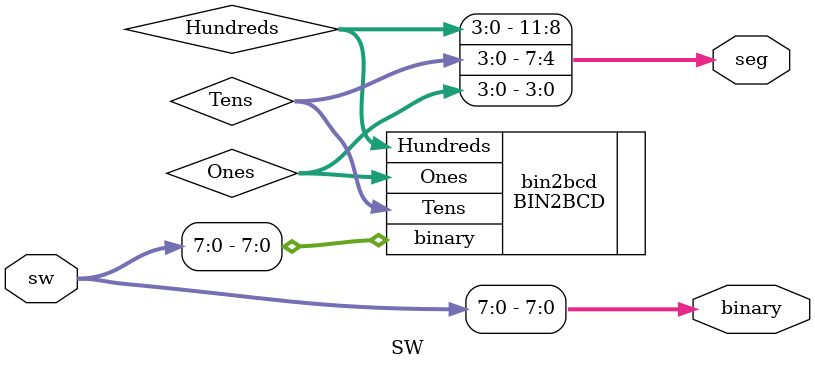
<source format=v>
module SW(
			sw,
			seg,
			binary
);

input [17:0] sw;

output [11:0] seg;
output [7:0] 	binary;

wire [3:0] Hundreds;
wire [3:0] Tens;
wire [3:0] Ones;

assign binary = sw[7:0];
assign seg = {Hundreds,Tens,Ones};

//assign seg=sw[11:0];
//SWLUT swlut(
//		.SW(sw[11:0]),
//		.BIN(binary)
//);
BIN2BCD bin2bcd(
		.binary(sw[7:0]),
		.Hundreds(Hundreds),
		.Tens(Tens),
		.Ones(Ones)
);

endmodule
</source>
